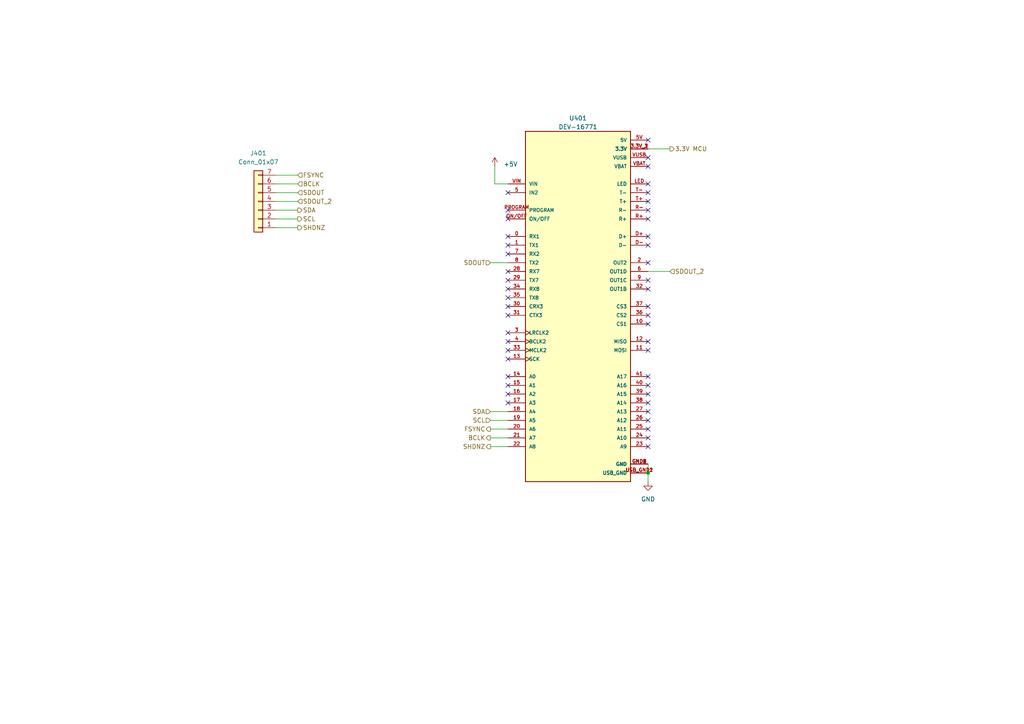
<source format=kicad_sch>
(kicad_sch (version 20230121) (generator eeschema)
  (paper "A4")
  (lib_symbols
    (symbol "Connector_Generic:Conn_01x07" (pin_names (offset 1.016) hide)
      (property "Reference" "J" (at 0 10.16 0))
      (property "Value" "Conn_01x07" (at 0 -10.16 0))
      (symbol "Conn_01x07_1_1"
        (rectangle (start -1.27 -7.493) (end 0 -7.747) (stroke (width 0.1524)))
        (rectangle (start -1.27 -4.953) (end 0 -5.207) (stroke (width 0.1524)))
        (rectangle (start -1.27 -2.413) (end 0 -2.667) (stroke (width 0.1524)))
        (rectangle (start -1.27 0.127) (end 0 -0.127) (stroke (width 0.1524)))
        (rectangle (start -1.27 2.667) (end 0 2.413) (stroke (width 0.1524)))
        (rectangle (start -1.27 5.207) (end 0 4.953) (stroke (width 0.1524)))
        (rectangle (start -1.27 7.747) (end 0 7.493) (stroke (width 0.1524)))
        (rectangle (start -1.27 8.89) (end 1.27 -8.89) (stroke (width 0.254)) (fill (type background)))
        (pin passive line (at -5.08 7.62 0) (length 3.81) (name "Pin_1") (number "1"))
        (pin passive line (at -5.08 5.08 0) (length 3.81) (name "Pin_2") (number "2"))
        (pin passive line (at -5.08 2.54 0) (length 3.81) (name "Pin_3") (number "3"))
        (pin passive line (at -5.08 0 0) (length 3.81) (name "Pin_4") (number "4"))
        (pin passive line (at -5.08 -2.54 0) (length 3.81) (name "Pin_5") (number "5"))
        (pin passive line (at -5.08 -5.08 0) (length 3.81) (name "Pin_6") (number "6"))
        (pin passive line (at -5.08 -7.62 0) (length 3.81) (name "Pin_7") (number "7"))
      )
    )
    (symbol "DEV-16771:DEV-16771" (pin_names (offset 1.016))
      (property "Reference" "U401" (at 0 54.61 0))
      (property "Value" "DEV-16771" (at 0 52.07 0))
      (symbol "DEV-16771_0_0"
        (rectangle (start -15.24 -50.8) (end 15.24 50.8) (stroke (width 0.254)) (fill (type background)))
        (pin bidirectional line (at -20.32 20.32 0) (length 5.08) (name "RX1") (number "0"))
        (pin bidirectional line (at -20.32 17.78 0) (length 5.08) (name "TX1") (number "1"))
        (pin bidirectional line (at 20.32 -5.08 180) (length 5.08) (name "CS1") (number "10"))
        (pin bidirectional line (at 20.32 -12.7 180) (length 5.08) (name "MOSI") (number "11"))
        (pin bidirectional line (at 20.32 -10.16 180) (length 5.08) (name "MISO") (number "12"))
        (pin bidirectional clock (at -20.32 -15.24 0) (length 5.08) (name "SCK") (number "13"))
        (pin bidirectional line (at -20.32 -20.32 0) (length 5.08) (name "A0") (number "14"))
        (pin bidirectional line (at -20.32 -22.86 0) (length 5.08) (name "A1") (number "15"))
        (pin bidirectional line (at -20.32 -25.4 0) (length 5.08) (name "A2") (number "16"))
        (pin bidirectional line (at -20.32 -27.94 0) (length 5.08) (name "A3") (number "17"))
        (pin bidirectional line (at -20.32 -30.48 0) (length 5.08) (name "A4") (number "18"))
        (pin bidirectional line (at -20.32 -33.02 0) (length 5.08) (name "A5") (number "19"))
        (pin output line (at 20.32 12.7 180) (length 5.08) (name "OUT2") (number "2"))
        (pin bidirectional line (at -20.32 -35.56 0) (length 5.08) (name "A6") (number "20"))
        (pin bidirectional line (at -20.32 -38.1 0) (length 5.08) (name "A7") (number "21"))
        (pin bidirectional line (at -20.32 -40.64 0) (length 5.08) (name "A8") (number "22"))
        (pin bidirectional line (at 20.32 -40.64 180) (length 5.08) (name "A9") (number "23"))
        (pin bidirectional line (at 20.32 -38.1 180) (length 5.08) (name "A10") (number "24"))
        (pin bidirectional line (at 20.32 -35.56 180) (length 5.08) (name "A11") (number "25"))
        (pin bidirectional line (at 20.32 -33.02 180) (length 5.08) (name "A12") (number "26"))
        (pin bidirectional line (at 20.32 -30.48 180) (length 5.08) (name "A13") (number "27"))
        (pin bidirectional line (at -20.32 10.16 0) (length 5.08) (name "RX7") (number "28"))
        (pin bidirectional line (at -20.32 7.62 0) (length 5.08) (name "TX7") (number "29"))
        (pin bidirectional clock (at -20.32 -7.62 0) (length 5.08) (name "LRCLK2") (number "3"))
        (pin power_in line (at 20.32 45.72 180) (length 5.08) (name "3.3V") (number "3.3V_2"))
        (pin power_in line (at 20.32 45.72 180) (length 5.08) (name "3.3V") (number "3.3V_3"))
        (pin bidirectional line (at -20.32 0 0) (length 5.08) (name "CRX3") (number "30"))
        (pin bidirectional line (at -20.32 -2.54 0) (length 5.08) (name "CTX3") (number "31"))
        (pin output line (at 20.32 5.08 180) (length 5.08) (name "OUT1B") (number "32"))
        (pin bidirectional clock (at -20.32 -12.7 0) (length 5.08) (name "MCLK2") (number "33"))
        (pin bidirectional line (at -20.32 5.08 0) (length 5.08) (name "RX8") (number "34"))
        (pin bidirectional line (at -20.32 2.54 0) (length 5.08) (name "TX8") (number "35"))
        (pin bidirectional line (at 20.32 -2.54 180) (length 5.08) (name "CS2") (number "36"))
        (pin bidirectional line (at 20.32 0 180) (length 5.08) (name "CS3") (number "37"))
        (pin bidirectional line (at 20.32 -27.94 180) (length 5.08) (name "A14") (number "38"))
        (pin bidirectional line (at 20.32 -25.4 180) (length 5.08) (name "A15") (number "39"))
        (pin bidirectional clock (at -20.32 -10.16 0) (length 5.08) (name "BCLK2") (number "4"))
        (pin bidirectional line (at 20.32 -22.86 180) (length 5.08) (name "A16") (number "40"))
        (pin bidirectional line (at 20.32 -20.32 180) (length 5.08) (name "A17") (number "41"))
        (pin bidirectional line (at -20.32 33.02 0) (length 5.08) (name "IN2") (number "5"))
        (pin power_in line (at 20.32 48.26 180) (length 5.08) (name "5V") (number "5V"))
        (pin output line (at 20.32 10.16 180) (length 5.08) (name "OUT1D") (number "6"))
        (pin bidirectional line (at -20.32 15.24 0) (length 5.08) (name "RX2") (number "7"))
        (pin bidirectional line (at -20.32 12.7 0) (length 5.08) (name "TX2") (number "8"))
        (pin output line (at 20.32 7.62 180) (length 5.08) (name "OUT1C") (number "9"))
        (pin bidirectional line (at 20.32 20.32 180) (length 5.08) (name "D+") (number "D+"))
        (pin bidirectional line (at 20.32 17.78 180) (length 5.08) (name "D-") (number "D-"))
        (pin power_in line (at 20.32 -45.72 180) (length 5.08) (name "GND") (number "GND1"))
        (pin power_in line (at 20.32 -45.72 180) (length 5.08) (name "GND") (number "GND2"))
        (pin power_in line (at 20.32 -45.72 180) (length 5.08) (name "GND") (number "GND3"))
        (pin power_in line (at 20.32 -45.72 180) (length 5.08) (name "GND") (number "GND4"))
        (pin power_in line (at 20.32 -45.72 180) (length 5.08) (name "GND") (number "GND5"))
        (pin bidirectional line (at 20.32 35.56 180) (length 5.08) (name "LED") (number "LED"))
        (pin bidirectional line (at -20.32 25.4 0) (length 5.08) (name "ON/OFF") (number "ON/OFF"))
        (pin bidirectional line (at -20.32 27.94 0) (length 5.08) (name "PROGRAM") (number "PROGRAM"))
        (pin bidirectional line (at 20.32 25.4 180) (length 5.08) (name "R+") (number "R+"))
        (pin bidirectional line (at 20.32 27.94 180) (length 5.08) (name "R-") (number "R-"))
        (pin bidirectional line (at 20.32 30.48 180) (length 5.08) (name "T+") (number "T+"))
        (pin bidirectional line (at 20.32 33.02 180) (length 5.08) (name "T-") (number "T-"))
        (pin power_in line (at 20.32 -48.26 180) (length 5.08) (name "USB_GND") (number "USB_GND1"))
        (pin power_in line (at 20.32 -48.26 180) (length 5.08) (name "USB_GND") (number "USB_GND2"))
        (pin passive line (at 20.32 40.64 180) (length 5.08) (name "VBAT") (number "VBAT"))
        (pin input line (at -20.32 35.56 0) (length 5.08) (name "VIN") (number "VIN"))
        (pin passive line (at 20.32 43.18 180) (length 5.08) (name "VUSB") (number "VUSB"))
      )
      (symbol "DEV-16771_1_0"
        (pin power_out line (at 20.32 45.72 180) (length 5.08) (name "3.3V") (number "3.3V_1"))
      )
    )
    (symbol "PCM_4ms_Power-symbol:GND" (power) (pin_names (offset 0))
      (property "Value" "GND" (at 0 -3.81 0))
      (symbol "GND_0_1"
        (polyline (pts (xy 0 0) (xy 0 -1.27) (xy 1.27 -1.27) (xy 0 -2.54) (xy -1.27 -1.27) (xy 0 -1.27)))
      )
      (symbol "GND_1_1"
        (pin power_in line (at 0 0 270) (length 0) hide (name "GND") (number "1"))
      )
    )
    (symbol "power:+5V" (power) (pin_names (offset 0))
      (property "Value" "+5V" (at 0 3.556 0))
      (symbol "+5V_0_1"
        (polyline (pts (xy -0.762 1.27) (xy 0 2.54)))
        (polyline (pts (xy 0 0) (xy 0 2.54)))
        (polyline (pts (xy 0 2.54) (xy 0.762 1.27)))
      )
      (symbol "+5V_1_1"
        (pin power_in line (at 0 0 90) (length 0) hide (name "+5V") (number "1"))
      )
    )
  )
  (junction (at 187.96 137.16))
  (no_connect (at 187.96 121.92))
  (no_connect (at 187.96 63.5))
  (no_connect (at 147.32 99.06))
  (no_connect (at 187.96 88.9))
  (no_connect (at 147.32 104.14))
  (no_connect (at 187.96 55.88))
  (no_connect (at 147.32 83.82))
  (no_connect (at 187.96 40.64))
  (no_connect (at 147.32 109.22))
  (no_connect (at 147.32 73.66))
  (no_connect (at 147.32 114.3))
  (no_connect (at 187.96 60.96))
  (no_connect (at 187.96 119.38))
  (no_connect (at 187.96 48.26))
  (no_connect (at 147.32 91.44))
  (no_connect (at 187.96 124.46))
  (no_connect (at 187.96 81.28))
  (no_connect (at 147.32 96.52))
  (no_connect (at 187.96 116.84))
  (no_connect (at 147.32 81.28))
  (no_connect (at 187.96 53.34))
  (no_connect (at 147.32 88.9))
  (no_connect (at 187.96 76.2))
  (no_connect (at 147.32 111.76))
  (no_connect (at 147.32 55.88))
  (no_connect (at 187.96 99.06))
  (no_connect (at 147.32 71.12))
  (no_connect (at 187.96 91.44))
  (no_connect (at 147.32 86.36))
  (no_connect (at 147.32 63.5))
  (no_connect (at 187.96 111.76))
  (no_connect (at 147.32 60.96))
  (no_connect (at 147.32 101.6))
  (no_connect (at 187.96 45.72))
  (no_connect (at 187.96 93.98))
  (no_connect (at 187.96 109.22))
  (no_connect (at 147.32 116.84))
  (no_connect (at 187.96 114.3))
  (no_connect (at 147.32 68.58))
  (no_connect (at 187.96 127))
  (no_connect (at 187.96 83.82))
  (no_connect (at 187.96 71.12))
  (no_connect (at 187.96 58.42))
  (no_connect (at 147.32 78.74))
  (no_connect (at 187.96 68.58))
  (no_connect (at 187.96 129.54))
  (no_connect (at 187.96 101.6))
  (wire (pts (xy 80.01 63.5) (xy 86.36 63.5)))
  (wire (pts (xy 143.51 53.34) (xy 143.51 48.26)))
  (wire (pts (xy 80.01 55.88) (xy 86.36 55.88)))
  (wire (pts (xy 187.96 43.18) (xy 194.31 43.18)))
  (wire (pts (xy 80.01 53.34) (xy 86.36 53.34)))
  (wire (pts (xy 142.24 119.38) (xy 147.32 119.38)))
  (wire (pts (xy 142.24 127) (xy 147.32 127)))
  (wire (pts (xy 142.24 124.46) (xy 147.32 124.46)))
  (wire (pts (xy 80.01 50.8) (xy 86.36 50.8)))
  (wire (pts (xy 187.96 78.74) (xy 194.31 78.74)))
  (wire (pts (xy 187.96 137.16) (xy 187.96 139.7)))
  (wire (pts (xy 187.96 134.62) (xy 187.96 137.16)))
  (wire (pts (xy 80.01 66.04) (xy 86.36 66.04)))
  (wire (pts (xy 142.24 129.54) (xy 147.32 129.54)))
  (wire (pts (xy 80.01 58.42) (xy 86.36 58.42)))
  (wire (pts (xy 142.24 76.2) (xy 147.32 76.2)))
  (wire (pts (xy 143.51 53.34) (xy 147.32 53.34)))
  (wire (pts (xy 142.24 121.92) (xy 147.32 121.92)))
  (wire (pts (xy 80.01 60.96) (xy 86.36 60.96)))
  (hierarchical_label "SCL" (shape input) (at 142.24 121.92 180))
  (hierarchical_label "SDA" (shape output) (at 86.36 60.96 0))
  (hierarchical_label "3.3V MCU" (shape output) (at 194.31 43.18 0))
  (hierarchical_label "SHDNZ" (shape output) (at 86.36 66.04 0))
  (hierarchical_label "SDOUT" (shape input) (at 142.24 76.2 180))
  (hierarchical_label "FSYNC" (shape output) (at 142.24 124.46 180))
  (hierarchical_label "SDA" (shape input) (at 142.24 119.38 180))
  (hierarchical_label "SDOUT_2" (shape input) (at 194.31 78.74 0))
  (hierarchical_label "SCL" (shape output) (at 86.36 63.5 0))
  (hierarchical_label "SDOUT" (shape input) (at 86.36 55.88 0))
  (hierarchical_label "BCLK" (shape input) (at 86.36 53.34 0))
  (hierarchical_label "FSYNC" (shape input) (at 86.36 50.8 0))
  (hierarchical_label "BCLK" (shape output) (at 142.24 127 180))
  (hierarchical_label "SHDNZ" (shape output) (at 142.24 129.54 180))
  (hierarchical_label "SDOUT_2" (shape input) (at 86.36 58.42 0))
  (symbol (lib_id "DEV-16771:DEV-16771") (at 167.64 88.9 0) (unit 1)
    (property "Reference" "U401" (at 167.64 34.29 0))
    (property "Value" "DEV-16771" (at 167.64 36.83 0))
    (property "Footprint" "DEV-16771:MODULE_DEV-16771" (effects hide))
    (property "MF" "SparkFun Electronics" (effects hide))
    (property "MAXIMUM_PACKAGE_HEIGHT" "4.07mm" (effects hide))
    (property "Package" "None" (effects hide))
    (property "Price" "None" (effects hide))
    (property "Check_prices" "https://www.snapeda.com/parts/DEV-16771/SparkFun+Electronics/view-part/?ref=eda" (effects hide))
    (property "STANDARD" "Manufacturer recommendations" (effects hide))
    (property "PARTREV" "4.1" (effects hide))
    (property "SnapEDA_Link" "https://www.snapeda.com/parts/DEV-16771/SparkFun+Electronics/view-part/?ref=snap" (effects hide))
    (property "MP" "DEV-16771" (effects hide))
    (property "Purchase-URL" "https://www.snapeda.com/api/url_track_click_mouser/?unipart_id=4833875&manufacturer=SparkFun Electronics&part_name=DEV-16771&search_term=None" (effects hide))
    (property "Description" "\nRT1062 Teensy 4.1 series ARM® Cortex®-M7 MPU Embedded Evaluation Board\n" (effects hide))
    (property "Availability" "In Stock" (effects hide))
    (property "MANUFACTURER" "SparkFun Electronics" (effects hide))
  )
  (symbol (lib_id "Connector_Generic:Conn_01x07") (at 74.93 58.42 180) (unit 1)
    (property "Reference" "J401" (at 74.93 44.45 0))
    (property "Value" "Conn_01x07" (at 74.93 46.99 0))
    (property "Footprint" "Connector_PinHeader_2.54mm:PinHeader_1x07_P2.54mm_Vertical" (effects hide))
  )
  (symbol (lib_id "power:+5V") (at 143.51 48.26 0) (unit 1)
    (property "Reference" "#PWR032" (effects hide))
    (property "Value" "+5V" (at 146.05 47.625 0) (effects (justify left)))
    (instances (project "hydrophone board" (path "" (reference "#PWR032") (unit 1)) (path "" (reference "#PWR0260") (unit 1))))
  )
  (symbol (lib_id "PCM_4ms_Power-symbol:GND") (at 187.96 139.7 0) (unit 1)
    (property "Reference" "#PWR0402" (effects hide))
    (property "Value" "GND" (at 187.96 144.78 0))
  )
)
</source>
